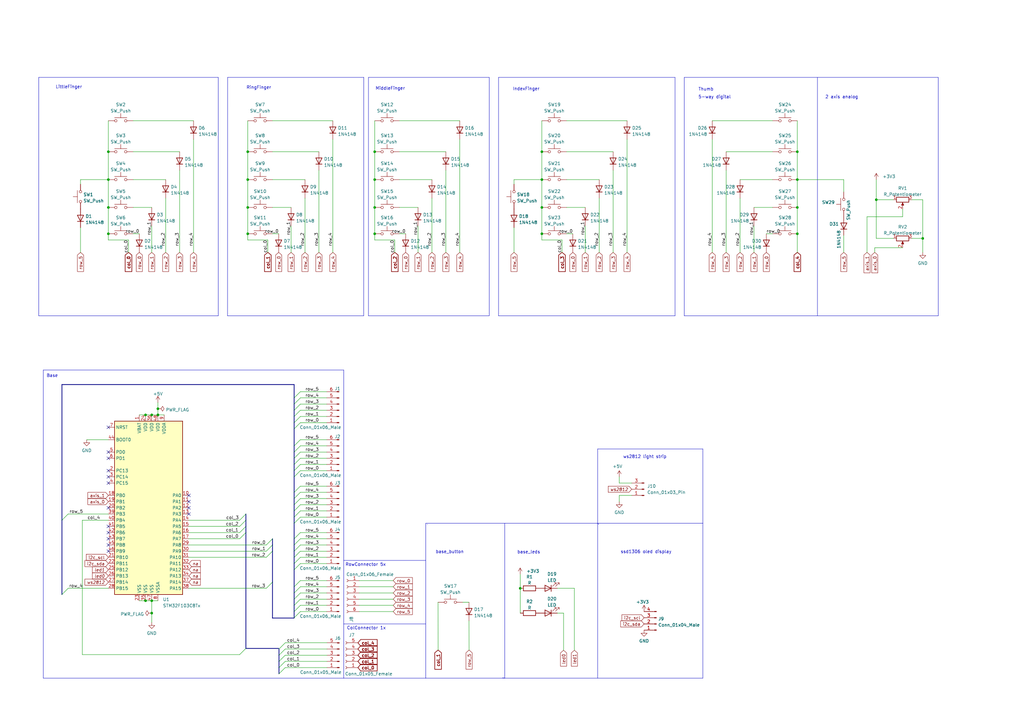
<source format=kicad_sch>
(kicad_sch (version 20231120) (generator "eeschema") (generator_version "8.0")
  (paper "A3")
  (junction (at 153.67 73.66))
  (junction (at 101.6 73.66))
  (junction (at 222.25 73.66))
  (junction (at 153.67 85.09))
  (junction (at 62.23 170.18))
  (junction (at 64.77 170.18))
  (junction (at 62.23 246.38))
  (junction (at 378.46 97.79))
  (junction (at 44.45 95.885))
  (junction (at 327.025 62.23))
  (junction (at 222.25 62.23))
  (junction (at 44.45 73.66))
  (junction (at 59.69 170.18))
  (junction (at 59.69 246.38))
  (junction (at 222.25 95.885))
  (junction (at 64.77 167.64))
  (junction (at 359.41 81.915))
  (junction (at 101.6 85.09))
  (junction (at 327.025 95.885))
  (junction (at 327.025 85.09))
  (junction (at 213.36 241.3))
  (junction (at 44.45 62.23))
  (junction (at 222.25 85.09))
  (junction (at 327.025 73.66))
  (junction (at 44.45 85.09))
  (junction (at 101.6 62.23))
  (junction (at 62.23 251.46))
  (junction (at 153.67 95.885))
  (junction (at 153.67 62.23))
  (junction (at 101.6 95.885))
  (no_connect (at 44.45 215.9))
  (no_connect (at 44.45 218.44))
  (no_connect (at 77.47 208.28))
  (no_connect (at 44.45 193.04))
  (no_connect (at 44.45 187.96))
  (no_connect (at 77.47 203.2))
  (no_connect (at 44.45 223.52))
  (no_connect (at 44.45 195.58))
  (no_connect (at 77.47 210.82))
  (no_connect (at 44.45 185.42))
  (no_connect (at 44.45 208.28))
  (no_connect (at 44.45 175.26))
  (no_connect (at 44.45 226.06))
  (no_connect (at 44.45 198.12))
  (no_connect (at 44.45 220.98))
  (no_connect (at 77.47 205.74))
  (bus_entry (at 123.19 212.09) (size -2.54 2.54))
  (bus_entry (at 123.19 173.355) (size -2.54 2.54))
  (bus_entry (at 123.19 170.815) (size -2.54 2.54))
  (bus_entry (at 123.19 160.655) (size -2.54 2.54))
  (bus_entry (at 123.19 187.96) (size -2.54 2.54))
  (bus_entry (at 109.22 223.52) (size 2.54 -2.54))
  (bus_entry (at 123.19 207.01) (size -2.54 2.54))
  (bus_entry (at 114.427 271.272) (size 2.54 -2.54))
  (bus_entry (at 123.19 245.745) (size -2.54 2.54))
  (bus_entry (at 123.19 182.88) (size -2.54 2.54))
  (bus_entry (at 123.19 240.665) (size -2.54 2.54))
  (bus_entry (at 123.19 163.195) (size -2.54 2.54))
  (bus_entry (at 123.19 228.6) (size -2.54 2.54))
  (bus_entry (at 114.427 276.352) (size 2.54 -2.54))
  (bus_entry (at 109.22 226.06) (size 2.54 -2.54))
  (bus_entry (at 123.19 238.125) (size -2.54 2.54))
  (bus_entry (at 98.298 220.98) (size 2.54 -2.54))
  (bus_entry (at 123.19 223.52) (size -2.54 2.54))
  (bus_entry (at 123.19 226.06) (size -2.54 2.54))
  (bus_entry (at 114.427 273.812) (size 2.54 -2.54))
  (bus_entry (at 109.22 228.6) (size 2.54 -2.54))
  (bus_entry (at 98.298 218.44) (size 2.54 -2.54))
  (bus_entry (at 123.19 180.34) (size -2.54 2.54))
  (bus_entry (at 123.19 201.93) (size -2.54 2.54))
  (bus_entry (at 123.19 231.14) (size -2.54 2.54))
  (bus_entry (at 123.19 165.735) (size -2.54 2.54))
  (bus_entry (at 123.19 220.98) (size -2.54 2.54))
  (bus_entry (at 123.19 248.285) (size -2.54 2.54))
  (bus_entry (at 123.19 209.55) (size -2.54 2.54))
  (bus_entry (at 98.298 213.36) (size 2.54 -2.54))
  (bus_entry (at 123.19 185.42) (size -2.54 2.54))
  (bus_entry (at 25.4 213.36) (size 2.54 -2.54))
  (bus_entry (at 123.19 243.205) (size -2.54 2.54))
  (bus_entry (at 98.298 268.478) (size 2.54 -2.54))
  (bus_entry (at 98.298 215.9) (size 2.54 -2.54))
  (bus_entry (at 123.19 250.825) (size -2.54 2.54))
  (bus_entry (at 123.19 190.5) (size -2.54 2.54))
  (bus_entry (at 109.22 241.3) (size 2.54 -2.54))
  (bus_entry (at 123.19 199.39) (size -2.54 2.54))
  (bus_entry (at 123.19 168.275) (size -2.54 2.54))
  (bus_entry (at 114.427 268.732) (size 2.54 -2.54))
  (bus_entry (at 123.19 193.04) (size -2.54 2.54))
  (bus_entry (at 123.19 218.44) (size -2.54 2.54))
  (bus_entry (at 114.427 266.192) (size 2.54 -2.54))
  (bus_entry (at 25.4 243.84) (size 2.54 -2.54))
  (bus_entry (at 123.19 204.47) (size -2.54 2.54))
  (wire (pts (xy 77.47 218.44) (xy 98.298 218.44)))
  (wire (pts (xy 111.76 85.09) (xy 119.38 85.09)))
  (polyline (pts (xy 89.535 31.75) (xy 89.535 129.54)))
  (wire (pts (xy 133.985 243.205) (xy 123.19 243.205)))
  (wire (pts (xy 316.865 62.23) (xy 297.815 62.23)))
  (wire (pts (xy 133.985 193.04) (xy 123.19 193.04)))
  (bus (pts (xy 120.65 248.285) (xy 120.65 250.825)))
  (bus (pts (xy 120.65 175.895) (xy 120.65 173.355)))
  (wire (pts (xy 303.53 81.28) (xy 303.53 103.505)))
  (wire (pts (xy 54.61 62.23) (xy 73.66 62.23)))
  (wire (pts (xy 133.985 199.39) (xy 123.19 199.39)))
  (bus (pts (xy 111.76 253.492) (xy 111.76 238.76)))
  (bus (pts (xy 120.65 201.93) (xy 120.65 195.58)))
  (wire (pts (xy 327.025 49.53) (xy 327.025 62.23)))
  (polyline (pts (xy 335.28 129.54) (xy 335.28 31.75)))
  (wire (pts (xy 228.6 241.3) (xy 235.585 241.3)))
  (polyline (pts (xy 140.97 255.905) (xy 140.97 278.13)))
  (wire (pts (xy 44.45 95.885) (xy 44.45 98.425)))
  (wire (pts (xy 163.83 95.885) (xy 166.37 95.885)))
  (wire (pts (xy 327.025 73.66) (xy 327.025 85.09)))
  (wire (pts (xy 327.025 62.23) (xy 327.025 73.66)))
  (wire (pts (xy 27.94 241.3) (xy 44.45 241.3)))
  (wire (pts (xy 67.945 81.28) (xy 67.945 103.505)))
  (bus (pts (xy 114.427 266.192) (xy 114.427 268.732)))
  (wire (pts (xy 133.985 238.125) (xy 123.19 238.125)))
  (wire (pts (xy 133.985 182.88) (xy 123.19 182.88)))
  (wire (pts (xy 133.985 218.44) (xy 123.19 218.44)))
  (polyline (pts (xy 174.625 278.13) (xy 174.625 214.63)))
  (wire (pts (xy 133.985 207.01) (xy 123.19 207.01)))
  (polyline (pts (xy 151.13 31.75) (xy 151.13 129.54)))
  (bus (pts (xy 25.4 157.734) (xy 120.65 157.734)))
  (polyline (pts (xy 15.875 31.75) (xy 89.535 31.75)))
  (wire (pts (xy 133.985 223.52) (xy 123.19 223.52)))
  (wire (pts (xy 316.865 49.53) (xy 292.1 49.53)))
  (bus (pts (xy 120.65 253.492) (xy 111.76 253.492)))
  (wire (pts (xy 192.3542 254.6096) (xy 192.3796 266.6238)))
  (polyline (pts (xy 200.66 31.75) (xy 151.13 31.75)))
  (wire (pts (xy 73.66 69.85) (xy 73.66 103.505)))
  (bus (pts (xy 120.65 214.63) (xy 120.65 212.09)))
  (wire (pts (xy 316.865 73.66) (xy 303.53 73.66)))
  (wire (pts (xy 378.46 81.915) (xy 374.015 81.915)))
  (wire (pts (xy 133.985 220.98) (xy 123.19 220.98)))
  (polyline (pts (xy 207.01 278.13) (xy 206.121 278.0284)))
  (wire (pts (xy 153.67 62.23) (xy 153.67 73.66)))
  (wire (pts (xy 232.41 62.23) (xy 251.46 62.23)))
  (wire (pts (xy 153.67 95.885) (xy 153.67 98.425)))
  (wire (pts (xy 62.23 92.71) (xy 62.23 103.505)))
  (wire (pts (xy 189.8142 246.9896) (xy 192.3542 246.9896)))
  (wire (pts (xy 231.14 266.7) (xy 231.14 251.46)))
  (wire (pts (xy 161.29 238.125) (xy 147.32 238.125)))
  (wire (pts (xy 177.165 81.28) (xy 177.165 103.505)))
  (wire (pts (xy 109.855 98.425) (xy 109.855 103.505)))
  (polyline (pts (xy 93.345 31.75) (xy 93.3196 129.54)))
  (wire (pts (xy 232.41 49.53) (xy 257.175 49.53)))
  (bus (pts (xy 120.65 226.06) (xy 120.65 223.52)))
  (wire (pts (xy 64.77 170.18) (xy 67.31 170.18)))
  (wire (pts (xy 133.985 245.745) (xy 123.19 245.745)))
  (wire (pts (xy 222.25 49.53) (xy 222.25 62.23)))
  (wire (pts (xy 370.205 101.6) (xy 358.775 101.6)))
  (wire (pts (xy 232.41 95.885) (xy 234.95 95.885)))
  (wire (pts (xy 133.985 248.285) (xy 123.19 248.285)))
  (wire (pts (xy 232.41 73.66) (xy 245.745 73.66)))
  (bus (pts (xy 120.65 220.98) (xy 120.65 214.63)))
  (wire (pts (xy 133.985 163.195) (xy 123.19 163.195)))
  (polyline (pts (xy 276.86 129.54) (xy 204.47 129.54)))
  (wire (pts (xy 116.967 273.812) (xy 134.112 273.812)))
  (polyline (pts (xy 140.97 255.905) (xy 174.625 255.905)))
  (wire (pts (xy 64.77 167.64) (xy 64.77 170.18)))
  (bus (pts (xy 25.4 213.36) (xy 25.4 157.734)))
  (polyline (pts (xy 17.78 278.13) (xy 140.97 278.13)))
  (bus (pts (xy 120.65 170.815) (xy 120.65 168.275)))
  (wire (pts (xy 44.45 62.23) (xy 44.45 73.66)))
  (wire (pts (xy 359.41 73.66) (xy 359.41 81.915)))
  (wire (pts (xy 309.245 92.71) (xy 309.245 103.505)))
  (wire (pts (xy 79.375 57.15) (xy 79.375 103.505)))
  (wire (pts (xy 346.075 78.74) (xy 346.075 73.66)))
  (wire (pts (xy 130.81 69.85) (xy 130.81 103.505)))
  (wire (pts (xy 133.985 180.34) (xy 123.19 180.34)))
  (wire (pts (xy 33.782 268.478) (xy 33.782 213.36)))
  (wire (pts (xy 161.29 248.285) (xy 147.32 248.285)))
  (bus (pts (xy 120.65 209.55) (xy 120.65 207.01)))
  (wire (pts (xy 222.25 62.23) (xy 222.25 73.66)))
  (wire (pts (xy 64.77 165.1) (xy 64.77 167.64)))
  (wire (pts (xy 101.6 73.66) (xy 101.6 85.09)))
  (wire (pts (xy 359.41 81.915) (xy 359.41 97.79)))
  (wire (pts (xy 346.075 73.66) (xy 327.025 73.66)))
  (wire (pts (xy 52.705 98.425) (xy 52.705 103.505)))
  (wire (pts (xy 231.14 251.46) (xy 228.6 251.46)))
  (wire (pts (xy 54.61 49.53) (xy 79.375 49.53)))
  (bus (pts (xy 120.65 187.96) (xy 120.65 185.42)))
  (wire (pts (xy 254 198.12) (xy 254 195.58)))
  (wire (pts (xy 346.075 96.52) (xy 346.075 103.505)))
  (wire (pts (xy 316.865 85.09) (xy 309.245 85.09)))
  (wire (pts (xy 378.46 97.79) (xy 374.015 97.79)))
  (wire (pts (xy 77.47 241.3) (xy 109.22 241.3)))
  (polyline (pts (xy 204.47 31.75) (xy 276.86 31.75)))
  (polyline (pts (xy 245.11 214.63) (xy 245.5418 215.0872)))
  (wire (pts (xy 116.967 268.732) (xy 134.112 268.732)))
  (wire (pts (xy 327.025 85.09) (xy 327.025 95.885)))
  (wire (pts (xy 163.83 73.66) (xy 177.165 73.66)))
  (polyline (pts (xy 93.345 31.75) (xy 149.225 31.75)))
  (polyline (pts (xy 89.535 129.54) (xy 15.875 129.54)))
  (wire (pts (xy 54.61 73.66) (xy 67.945 73.66)))
  (wire (pts (xy 62.23 251.46) (xy 62.23 255.27)))
  (bus (pts (xy 120.65 165.735) (xy 120.65 163.195)))
  (bus (pts (xy 100.838 213.36) (xy 100.838 215.9)))
  (polyline (pts (xy 245.11 184.15) (xy 245.11 214.63)))
  (polyline (pts (xy 384.81 129.54) (xy 384.81 31.75)))
  (wire (pts (xy 133.985 173.355) (xy 123.19 173.355)))
  (wire (pts (xy 153.67 85.09) (xy 153.67 95.885)))
  (wire (pts (xy 378.46 97.79) (xy 378.46 81.915)))
  (wire (pts (xy 133.985 160.655) (xy 123.19 160.655)))
  (bus (pts (xy 114.427 271.272) (xy 114.427 268.732)))
  (bus (pts (xy 120.65 185.42) (xy 120.65 182.88)))
  (bus (pts (xy 120.65 193.04) (xy 120.65 190.5)))
  (wire (pts (xy 33.782 213.36) (xy 44.45 213.36)))
  (wire (pts (xy 111.76 62.23) (xy 130.81 62.23)))
  (bus (pts (xy 120.65 245.745) (xy 120.65 243.205)))
  (polyline (pts (xy 140.97 255.905) (xy 140.97 229.87)))
  (wire (pts (xy 111.76 73.66) (xy 125.095 73.66)))
  (bus (pts (xy 25.4 243.84) (xy 25.4 213.36)))
  (polyline (pts (xy 17.78 151.765) (xy 17.78 278.13)))
  (wire (pts (xy 230.505 98.425) (xy 230.505 103.505)))
  (wire (pts (xy 188.595 57.15) (xy 188.595 103.505)))
  (bus (pts (xy 114.427 276.352) (xy 114.427 273.812)))
  (wire (pts (xy 101.6 95.885) (xy 101.6 98.425)))
  (wire (pts (xy 163.83 62.23) (xy 182.88 62.23)))
  (wire (pts (xy 133.985 240.665) (xy 123.19 240.665)))
  (wire (pts (xy 316.865 95.885) (xy 314.325 95.885)))
  (wire (pts (xy 222.25 85.09) (xy 222.25 95.885)))
  (wire (pts (xy 77.47 223.52) (xy 109.22 223.52)))
  (wire (pts (xy 133.985 231.14) (xy 123.19 231.14)))
  (wire (pts (xy 161.29 240.665) (xy 147.32 240.665)))
  (wire (pts (xy 171.45 92.71) (xy 171.45 103.505)))
  (bus (pts (xy 120.65 173.355) (xy 120.65 170.815)))
  (wire (pts (xy 235.585 241.3) (xy 235.585 266.7)))
  (wire (pts (xy 27.94 210.82) (xy 44.45 210.82)))
  (wire (pts (xy 77.47 215.9) (xy 98.298 215.9)))
  (wire (pts (xy 133.985 185.42) (xy 123.19 185.42)))
  (polyline (pts (xy 174.625 278.13) (xy 140.97 278.13)))
  (wire (pts (xy 54.61 95.885) (xy 57.15 95.885)))
  (wire (pts (xy 210.82 73.66) (xy 210.82 75.565)))
  (wire (pts (xy 44.45 98.425) (xy 52.705 98.425)))
  (wire (pts (xy 101.6 62.23) (xy 101.6 73.66)))
  (wire (pts (xy 133.985 250.825) (xy 123.19 250.825)))
  (bus (pts (xy 120.65 204.47) (xy 120.65 201.93)))
  (wire (pts (xy 35.56 180.34) (xy 44.45 180.34)))
  (wire (pts (xy 101.6 85.09) (xy 101.6 95.885)))
  (bus (pts (xy 120.65 231.14) (xy 120.65 228.6)))
  (wire (pts (xy 111.76 95.885) (xy 114.3 95.885)))
  (wire (pts (xy 133.985 228.6) (xy 123.19 228.6)))
  (wire (pts (xy 62.23 246.38) (xy 62.23 251.46)))
  (bus (pts (xy 120.65 182.88) (xy 120.65 175.895)))
  (wire (pts (xy 161.29 243.205) (xy 147.32 243.205)))
  (bus (pts (xy 111.76 220.98) (xy 111.76 223.52)))
  (wire (pts (xy 133.985 190.5) (xy 123.19 190.5)))
  (bus (pts (xy 120.65 243.205) (xy 120.65 240.665)))
  (bus (pts (xy 120.65 168.275) (xy 120.65 165.735)))
  (wire (pts (xy 222.25 95.885) (xy 222.25 98.425)))
  (wire (pts (xy 213.36 235.585) (xy 213.36 241.3)))
  (wire (pts (xy 133.985 209.55) (xy 123.19 209.55)))
  (wire (pts (xy 222.25 73.66) (xy 222.25 85.09)))
  (polyline (pts (xy 384.81 31.75) (xy 280.67 31.75)))
  (wire (pts (xy 98.298 268.478) (xy 33.782 268.478)))
  (wire (pts (xy 257.175 57.15) (xy 257.175 103.505)))
  (wire (pts (xy 133.985 165.735) (xy 123.19 165.735)))
  (bus (pts (xy 120.65 250.825) (xy 120.65 253.365)))
  (wire (pts (xy 182.88 69.85) (xy 182.88 103.505)))
  (wire (pts (xy 59.69 246.38) (xy 62.23 246.38)))
  (polyline (pts (xy 200.66 129.54) (xy 200.66 31.75)))
  (wire (pts (xy 44.45 85.09) (xy 44.45 95.885)))
  (bus (pts (xy 100.838 265.938) (xy 114.3 265.938)))
  (bus (pts (xy 120.65 212.09) (xy 120.65 209.55)))
  (wire (pts (xy 133.985 212.09) (xy 123.19 212.09)))
  (wire (pts (xy 366.395 97.79) (xy 359.41 97.79)))
  (polyline (pts (xy 140.97 151.765) (xy 17.78 151.765)))
  (wire (pts (xy 101.6 49.53) (xy 101.6 62.23)))
  (wire (pts (xy 210.82 93.345) (xy 210.82 103.505)))
  (polyline (pts (xy 245.11 278.13) (xy 245.11 214.63)))
  (wire (pts (xy 359.41 81.915) (xy 366.395 81.915)))
  (wire (pts (xy 133.985 170.815) (xy 123.19 170.815)))
  (wire (pts (xy 153.67 73.66) (xy 153.67 85.09)))
  (polyline (pts (xy 174.625 214.63) (xy 288.29 214.63)))
  (polyline (pts (xy 288.29 184.15) (xy 245.11 184.15)))
  (wire (pts (xy 251.46 69.85) (xy 251.46 103.505)))
  (wire (pts (xy 240.03 92.71) (xy 240.03 103.505)))
  (wire (pts (xy 77.47 220.98) (xy 98.298 220.98)))
  (wire (pts (xy 327.025 95.885) (xy 327.025 103.505)))
  (polyline (pts (xy 174.625 278.13) (xy 288.29 278.13)))
  (wire (pts (xy 133.985 168.275) (xy 123.19 168.275)))
  (wire (pts (xy 116.967 263.652) (xy 134.112 263.652)))
  (polyline (pts (xy 276.86 31.75) (xy 276.86 129.54)))
  (wire (pts (xy 370.205 88.9) (xy 355.6 88.9)))
  (wire (pts (xy 57.15 170.18) (xy 59.69 170.18)))
  (wire (pts (xy 77.47 226.06) (xy 109.22 226.06)))
  (wire (pts (xy 355.6 88.9) (xy 355.6 103.505)))
  (polyline (pts (xy 204.47 31.75) (xy 204.47 129.54)))
  (wire (pts (xy 259.08 198.12) (xy 254 198.12)))
  (wire (pts (xy 378.46 103.505) (xy 378.46 97.79)))
  (wire (pts (xy 44.45 49.53) (xy 44.45 62.23)))
  (wire (pts (xy 161.925 98.425) (xy 161.925 103.505)))
  (wire (pts (xy 222.25 98.425) (xy 230.505 98.425)))
  (bus (pts (xy 120.65 195.58) (xy 120.65 193.04)))
  (polyline (pts (xy 280.67 129.54) (xy 384.81 129.54)))
  (wire (pts (xy 254 203.2) (xy 259.08 203.2)))
  (bus (pts (xy 100.838 210.82) (xy 100.838 213.36)))
  (polyline (pts (xy 140.97 229.87) (xy 140.97 151.765)))
  (wire (pts (xy 116.967 271.272) (xy 134.112 271.272)))
  (polyline (pts (xy 149.225 31.75) (xy 149.1488 129.54)))
  (wire (pts (xy 59.69 170.18) (xy 62.23 170.18)))
  (wire (pts (xy 297.815 69.85) (xy 297.815 103.505)))
  (polyline (pts (xy 288.29 214.63) (xy 288.29 278.13)))
  (wire (pts (xy 101.6 98.425) (xy 109.855 98.425)))
  (wire (pts (xy 161.29 245.745) (xy 147.32 245.745)))
  (wire (pts (xy 232.41 85.09) (xy 240.03 85.09)))
  (wire (pts (xy 125.095 81.28) (xy 125.095 103.505)))
  (wire (pts (xy 254 205.74) (xy 254 203.2)))
  (wire (pts (xy 133.985 204.47) (xy 123.19 204.47)))
  (wire (pts (xy 62.23 170.18) (xy 64.77 170.18)))
  (wire (pts (xy 163.83 85.09) (xy 171.45 85.09)))
  (polyline (pts (xy 207.01 214.63) (xy 207.01 278.13)))
  (wire (pts (xy 111.76 49.53) (xy 136.525 49.53)))
  (wire (pts (xy 54.61 85.09) (xy 62.23 85.09)))
  (wire (pts (xy 161.29 250.825) (xy 147.32 250.825)))
  (polyline (pts (xy 151.13 129.54) (xy 200.5838 129.54)))
  (bus (pts (xy 120.65 233.68) (xy 120.65 231.14)))
  (wire (pts (xy 44.45 73.66) (xy 44.45 85.09)))
  (bus (pts (xy 120.65 228.6) (xy 120.65 226.06)))
  (wire (pts (xy 292.1 57.15) (xy 292.1 103.505)))
  (bus (pts (xy 120.65 157.734) (xy 120.65 163.195)))
  (polyline (pts (xy 175.1584 215.0872) (xy 175.2854 215.0872)))
  (wire (pts (xy 33.02 73.66) (xy 33.02 75.565)))
  (wire (pts (xy 119.38 92.71) (xy 119.38 103.505)))
  (wire (pts (xy 136.525 57.15) (xy 136.525 103.505)))
  (wire (pts (xy 133.985 201.93) (xy 123.19 201.93)))
  (wire (pts (xy 213.36 241.3) (xy 213.36 251.46)))
  (wire (pts (xy 44.45 73.66) (xy 33.02 73.66)))
  (wire (pts (xy 116.967 266.192) (xy 134.112 266.192)))
  (wire (pts (xy 77.47 213.36) (xy 98.298 213.36)))
  (wire (pts (xy 62.23 246.38) (xy 64.77 246.38)))
  (wire (pts (xy 358.775 101.6) (xy 358.775 103.505)))
  (bus (pts (xy 120.65 207.01) (xy 120.65 204.47)))
  (wire (pts (xy 245.745 81.28) (xy 245.745 103.505)))
  (wire (pts (xy 133.985 187.96) (xy 123.19 187.96)))
  (bus (pts (xy 120.65 190.5) (xy 120.65 187.96)))
  (bus (pts (xy 111.76 223.52) (xy 111.76 226.06)))
  (wire (pts (xy 133.985 226.06) (xy 123.19 226.06)))
  (bus (pts (xy 114.427 273.812) (xy 114.427 271.272)))
  (bus (pts (xy 100.838 215.9) (xy 100.838 218.44)))
  (wire (pts (xy 57.15 246.38) (xy 59.69 246.38)))
  (bus (pts (xy 111.76 226.06) (xy 111.76 238.76)))
  (wire (pts (xy 179.6542 246.9896) (xy 179.6796 266.6238)))
  (polyline (pts (xy 15.875 129.54) (xy 15.875 31.75)))
  (wire (pts (xy 370.205 85.725) (xy 370.205 88.9)))
  (polyline (pts (xy 280.67 31.75) (xy 280.67 129.54)))
  (bus (pts (xy 120.65 248.285) (xy 120.65 245.745)))
  (bus (pts (xy 120.65 240.665) (xy 120.65 233.68)))
  (bus (pts (xy 100.838 218.44) (xy 100.838 265.938)))
  (polyline (pts (xy 288.29 214.63) (xy 288.29 184.15)))
  (wire (pts (xy 33.02 93.345) (xy 33.02 103.505)))
  (polyline (pts (xy 149.1488 129.54) (xy 93.3196 129.54)))
  (polyline (pts (xy 174.625 229.87) (xy 140.97 229.87)))
  (wire (pts (xy 77.47 228.6) (xy 109.22 228.6)))
  (wire (pts (xy 222.25 73.66) (xy 210.82 73.66)))
  (bus (pts (xy 120.65 223.52) (xy 120.65 220.98)))
  (wire (pts (xy 163.83 49.53) (xy 188.595 49.53)))
  (wire (pts (xy 153.67 98.425) (xy 161.925 98.425)))
  (wire (pts (xy 153.67 49.53) (xy 153.67 62.23)))
  (text "ColConnector 1x" (at 142.24 258.445 0) (effects (font (size 1.27 1.27)) (justify left bottom)))
  (text "base_button" (at 178.6382 227.203 0) (effects (font (size 1.27 1.27)) (justify left bottom)))
  (text "Thumb" (at 286.385 37.465 0) (effects (font (size 1.27 1.27)) (justify left bottom)))
  (text "MiddleFinger" (at 153.9748 37.1348 0) (effects (font (size 1.27 1.27)) (justify left bottom)))
  (text "2 axis analog" (at 338.455 40.64 0) (effects (font (size 1.27 1.27)) (justify left bottom)))
  (text "RowConnector 5x" (at 141.605 232.41 0) (effects (font (size 1.27 1.27)) (justify left bottom)))
  (text "RingFinger" (at 101.0412 36.7792 0) (effects (font (size 1.27 1.27)) (justify left bottom)))
  (text "base_leds" (at 212.09 227.2792 0) (effects (font (size 1.27 1.27)) (justify left bottom)))
  (text "IndexFinger" (at 210.2612 37.338 0) (effects (font (size 1.27 1.27)) (justify left bottom)))
  (text "LittleFinger" (at 22.7838 36.5252 0) (effects (font (size 1.27 1.27)) (justify left bottom)))
  (text "5-way digital" (at 286.385 40.64 0) (effects (font (size 1.27 1.27)) (justify left bottom)))
  (text "ssd1306 oled display" (at 254.5334 227.203 0) (effects (font (size 1.27 1.27)) (justify left bottom)))
  (text "Base" (at 19.05 154.94 0) (effects (font (size 1.27 1.27)) (justify left bottom)))
  (text "ws2812 light strip" (at 255.524 188.214 0) (effects (font (size 1.27 1.27)) (justify left bottom)))
  (label "col_2" (at 122.936 268.732 180))
  (label "row_5" (at 130.81 180.34 180))
  (label "col_4" (at 122.936 263.652 180))
  (label "row_4" (at 130.81 182.88 180))
  (label "col_0" (at 122.936 273.812 180))
  (label "row_1" (at 130.81 170.815 180))
  (label "row_2" (at 130.81 187.96 180))
  (label "row_4" (at 130.8318 240.665 180))
  (label "row_3" (at 108.839 241.3 180))
  (label "row_1" (at 130.81 209.55 180))
  (label "row_3" (at 130.81 165.735 180))
  (label "row_1" (at 62.23 96.5144 90))
  (label "row_3" (at 130.81 223.52 180))
  (label "row_2" (at 130.8318 245.745 180))
  (label "row_3" (at 297.815 100.965 90))
  (label "row_1" (at 240.03 96.5144 90))
  (label "row_0" (at 114.3 95.885 180))
  (label "row_2" (at 177.165 100.965 90))
  (label "row_0" (at 108.966 223.52 180))
  (label "row_2" (at 130.81 168.275 180))
  (label "row_5" (at 130.8318 238.125 180))
  (label "col_3" (at 122.936 266.192 180))
  (label "row_3" (at 73.66 100.965 90))
  (label "row_1" (at 108.966 226.06 180))
  (label "row_0" (at 234.95 95.885 180))
  (label "row_0" (at 130.8318 250.825 180))
  (label "col_0" (at 52.705 98.425 270))
  (label "row_4" (at 130.81 163.195 180))
  (label "row_0" (at 130.81 173.355 180))
  (label "col_0" (at 161.925 98.425 270))
  (label "row_1" (at 130.81 190.5 180))
  (label "row_0" (at 314.325 95.885 0))
  (label "row_2" (at 108.839 228.6 180))
  (label "row_1" (at 119.38 96.5144 90))
  (label "row_5" (at 28.448 210.82 0))
  (label "row_0" (at 130.81 212.09 180))
  (label "row_2" (at 67.945 100.965 90))
  (label "row_4" (at 130.81 220.98 180))
  (label "row_4" (at 257.175 100.965 90))
  (label "row_2" (at 125.095 100.965 90))
  (label "col_3" (at 92.71 213.36 0))
  (label "row_2" (at 303.53 100.965 90))
  (label "row_0" (at 166.37 95.885 180))
  (label "row_4" (at 292.1 100.965 90))
  (label "col_2" (at 92.583 215.9 0))
  (label "row_4" (at 136.525 100.965 90))
  (label "row_1" (at 130.81 228.6 180))
  (label "row_4" (at 188.595 100.965 90))
  (label "row_5" (at 130.81 218.44 180))
  (label "row_2" (at 245.745 100.965 90))
  (label "row_2" (at 130.81 207.01 180))
  (label "row_4" (at 130.81 201.93 180))
  (label "col_1" (at 92.583 218.44 0))
  (label "row_2" (at 130.81 226.06 180))
  (label "row_1" (at 309.245 96.5144 90))
  (label "row_3" (at 130.81 100.965 90))
  (label "row_5" (at 130.81 199.39 180))
  (label "col_0" (at 109.855 98.425 270))
  (label "row_0" (at 130.81 231.14 180))
  (label "col_0" (at 92.583 220.98 0))
  (label "row_0" (at 130.81 193.04 180))
  (label "col_0" (at 230.505 98.425 270))
  (label "row_5" (at 130.81 160.655 180))
  (label "row_4" (at 28.321 241.3 0))
  (label "row_3" (at 182.88 100.965 90))
  (label "col_4" (at 35.814 213.36 0))
  (label "col_1" (at 122.936 271.272 180))
  (label "row_3" (at 130.81 204.47 180))
  (label "row_3" (at 130.8318 243.205 180))
  (label "row_1" (at 130.8318 248.285 180))
  (label "row_3" (at 251.46 100.965 90))
  (label "row_1" (at 171.45 96.5144 90))
  (label "row_3" (at 130.81 185.42 180))
  (label "row_0" (at 57.15 95.885 180))
  (label "row_4" (at 79.375 100.965 90))
  (global_label "na" (shape input) (at 77.47 236.22 0) (effects (font (italic yes))) (property "Intersheetrefs" "${INTERSHEET_REFS}" (effects (hide yes))))
  (global_label "axis_1" (shape input) (at 44.45 203.2 180) (property "Intersheetrefs" "${INTERSHEET_REFS}" (effects (hide yes))))
  (global_label "na" (shape input) (at 77.47 233.68 0) (effects (font (italic yes))) (property "Intersheetrefs" "${INTERSHEET_REFS}" (effects (hide yes))))
  (global_label "row_1" (shape input) (at 161.29 240.665 0) (property "Intersheetrefs" "${INTERSHEET_REFS}" (effects (hide yes))))
  (global_label "row_2" (shape input) (at 67.945 103.505 270) (property "Intersheetrefs" "${INTERSHEET_REFS}" (effects (hide yes))))
  (global_label "row_2" (shape input) (at 125.095 103.505 270) (property "Intersheetrefs" "${INTERSHEET_REFS}" (effects (hide yes))))
  (global_label "row_3" (shape input) (at 182.88 103.505 270) (property "Intersheetrefs" "${INTERSHEET_REFS}" (effects (hide yes))))
  (global_label "col_2" (shape input) (at 146.812 268.732 0) (effects (font (thickness 0.254) (bold yes))) (property "Intersheetrefs" "${INTERSHEET_REFS}" (effects (hide yes))))
  (global_label "row_5" (shape input) (at 161.29 250.825 0) (property "Intersheetrefs" "${INTERSHEET_REFS}" (effects (hide yes))))
  (global_label "col_4" (shape input) (at 146.812 263.652 0) (effects (font (thickness 0.254) (bold yes))) (property "Intersheetrefs" "${INTERSHEET_REFS}" (effects (hide yes))))
  (global_label "row_2" (shape input) (at 177.165 103.505 270) (property "Intersheetrefs" "${INTERSHEET_REFS}" (effects (hide yes))))
  (global_label "row_4" (shape input) (at 257.175 103.505 270) (property "Intersheetrefs" "${INTERSHEET_REFS}" (effects (hide yes))))
  (global_label "row_5" (shape input) (at 33.02 103.505 270) (property "Intersheetrefs" "${INTERSHEET_REFS}" (effects (hide yes))))
  (global_label "row_1" (shape input) (at 309.245 103.505 270) (property "Intersheetrefs" "${INTERSHEET_REFS}" (effects (hide yes))))
  (global_label "row_5" (shape input) (at 346.075 103.505 270) (property "Intersheetrefs" "${INTERSHEET_REFS}" (effects (hide yes))))
  (global_label "i2c_sda" (shape input) (at 44.45 231.14 180) (property "Intersheetrefs" "${INTERSHEET_REFS}" (effects (hide yes))))
  (global_label "led1" (shape input) (at 235.585 266.7 270) (property "Intersheetrefs" "${INTERSHEET_REFS}" (effects (hide yes))))
  (global_label "led1" (shape input) (at 44.45 233.68 180) (effects (font (italic yes))) (property "Intersheetrefs" "${INTERSHEET_REFS}" (effects (hide yes))))
  (global_label "col_3" (shape input) (at 230.505 103.505 270) (effects (font (thickness 0.254) (bold yes))) (property "Intersheetrefs" "${INTERSHEET_REFS}" (effects (hide yes))))
  (global_label "col_2" (shape input) (at 161.925 103.505 270) (effects (font (thickness 0.254) (bold yes))) (property "Intersheetrefs" "${INTERSHEET_REFS}" (effects (hide yes))))
  (global_label "col_0" (shape input) (at 146.812 273.812 0) (effects (font (thickness 0.254) (bold yes))) (property "Intersheetrefs" "${INTERSHEET_REFS}" (effects (hide yes))))
  (global_label "row_4" (shape input) (at 136.525 103.505 270) (property "Intersheetrefs" "${INTERSHEET_REFS}" (effects (hide yes))))
  (global_label "row_2" (shape input) (at 303.53 103.505 270) (property "Intersheetrefs" "${INTERSHEET_REFS}" (effects (hide yes))))
  (global_label "row_4" (shape input) (at 79.375 103.505 270) (property "Intersheetrefs" "${INTERSHEET_REFS}" (effects (hide yes))))
  (global_label "row_2" (shape input) (at 245.745 103.505 270) (property "Intersheetrefs" "${INTERSHEET_REFS}" (effects (hide yes))))
  (global_label "axis_0" (shape input) (at 44.45 205.74 180) (property "Intersheetrefs" "${INTERSHEET_REFS}" (effects (hide yes))))
  (global_label "row_5" (shape input) (at 192.3796 266.6238 270) (property "Intersheetrefs" "${INTERSHEET_REFS}" (effects (hide yes))))
  (global_label "row_0" (shape input) (at 114.3 103.505 270) (property "Intersheetrefs" "${INTERSHEET_REFS}" (effects (hide yes))))
  (global_label "led0" (shape input) (at 231.14 266.7 270) (property "Intersheetrefs" "${INTERSHEET_REFS}" (effects (hide yes))))
  (global_label "row_3" (shape input) (at 161.29 245.745 0) (property "Intersheetrefs" "${INTERSHEET_REFS}" (effects (hide yes))))
  (global_label "row_4" (shape input) (at 161.29 248.285 0) (property "Intersheetrefs" "${INTERSHEET_REFS}" (effects (hide yes))))
  (global_label "row_3" (shape input) (at 73.66 103.505 270) (property "Intersheetrefs" "${INTERSHEET_REFS}" (effects (hide yes))))
  (global_label "row_2" (shape input) (at 161.29 243.205 0) (property "Intersheetrefs" "${INTERSHEET_REFS}" (effects (hide yes))))
  (global_label "row_3" (shape input) (at 297.815 103.505 270) (property "Intersheetrefs" "${INTERSHEET_REFS}" (effects (hide yes))))
  (global_label "row_5" (shape input) (at 210.82 103.505 270) (property "Intersheetrefs" "${INTERSHEET_REFS}" (effects (hide yes))))
  (global_label "row_0" (shape input) (at 166.37 103.505 270) (property "Intersheetrefs" "${INTERSHEET_REFS}" (effects (hide yes))))
  (global_label "row_4" (shape input) (at 292.1 103.505 270) (property "Intersheetrefs" "${INTERSHEET_REFS}" (effects (hide yes))))
  (global_label "row_0" (shape input) (at 161.29 238.125 0) (property "Intersheetrefs" "${INTERSHEET_REFS}" (effects (hide yes))))
  (global_label "ws2812" (shape input) (at 259.08 200.66 180) (effects (font (italic yes))) (property "Intersheetrefs" "${INTERSHEET_REFS}" (effects (hide yes))))
  (global_label "row_0" (shape input) (at 234.95 103.505 270) (property "Intersheetrefs" "${INTERSHEET_REFS}" (effects (hide yes))))
  (global_label "row_1" (shape input) (at 119.38 103.505 270) (property "Intersheetrefs" "${INTERSHEET_REFS}" (effects (hide yes))))
  (global_label "led0" (shape input) (at 44.45 236.22 180) (effects (font (italic yes))) (property "Intersheetrefs" "${INTERSHEET_REFS}" (effects (hide yes))))
  (global_label "i2c_scl" (shape input) (at 44.45 228.6 180) (property "Intersheetrefs" "${INTERSHEET_REFS}" (effects (hide yes))))
  (global_label "ws2812" (shape input) (at 44.45 238.76 180) (effects (font (italic yes))) (property "Intersheetrefs" "${INTERSHEET_REFS}" (effects (hide yes))))
  (global_label "na" (shape input) (at 77.47 238.76 0) (effects (font (italic yes))) (property "Intersheetrefs" "${INTERSHEET_REFS}" (effects (hide yes))))
  (global_label "i2c_sda" (shape input) (at 264.16 255.905 180) (property "Intersheetrefs" "${INTERSHEET_REFS}" (effects (hide yes))))
  (global_label "col_4" (shape input) (at 327.025 103.505 270) (effects (font (thickness 0.254) (bold yes))) (property "Intersheetrefs" "${INTERSHEET_REFS}" (effects (hide yes))))
  (global_label "row_0" (shape input) (at 57.15 103.505 270) (property "Intersheetrefs" "${INTERSHEET_REFS}" (effects (hide yes))))
  (global_label "row_1" (shape input) (at 171.45 103.505 270) (property "Intersheetrefs" "${INTERSHEET_REFS}" (effects (hide yes))))
  (global_label "col_1" (shape input) (at 109.855 103.505 270) (effects (font (thickness 0.254) (bold yes))) (property "Intersheetrefs" "${INTERSHEET_REFS}" (effects (hide yes))))
  (global_label "row_1" (shape input) (at 240.03 103.505 270) (property "Intersheetrefs" "${INTERSHEET_REFS}" (effects (hide yes))))
  (global_label "na" (shape input) (at 77.47 231.14 0) (effects (font (italic yes))) (property "Intersheetrefs" "${INTERSHEET_REFS}" (effects (hide yes))))
  (global_label "row_4" (shape input) (at 188.595 103.505 270) (property "Intersheetrefs" "${INTERSHEET_REFS}" (effects (hide yes))))
  (global_label "col_1" (shape input) (at 146.812 271.272 0) (effects (font (thickness 0.254) (bold yes))) (property "Intersheetrefs" "${INTERSHEET_REFS}" (effects (hide yes))))
  (global_label "row_3" (shape input) (at 251.46 103.505 270) (property "Intersheetrefs" "${INTERSHEET_REFS}" (effects (hide yes))))
  (global_label "col_0" (shape input) (at 52.705 103.505 270) (effects (font (thickness 0.254) (bold yes))) (property "Intersheetrefs" "${INTERSHEET_REFS}" (effects (hide yes))))
  (global_label "axis_1" (shape input) (at 355.6 103.505 270) (property "Intersheetrefs" "${INTERSHEET_REFS}" (effects (hide yes))))
  (global_label "row_3" (shape input) (at 130.81 103.505 270) (property "Intersheetrefs" "${INTERSHEET_REFS}" (effects (hide yes))))
  (global_label "axis_0" (shape input) (at 358.775 103.505 270) (property "Intersheetrefs" "${INTERSHEET_REFS}" (effects (hide yes))))
  (global_label "col_3" (shape input) (at 146.812 266.192 0) (effects (font (thickness 0.254) (bold yes))) (property "Intersheetrefs" "${INTERSHEET_REFS}" (effects (hide yes))))
  (global_label "i2c_scl" (shape input) (at 264.16 253.365 180) (property "Intersheetrefs" "${INTERSHEET_REFS}" (effects (hide yes))))
  (global_label "col_1" (shape input) (at 179.6796 266.6238 270) (effects (font (thickness 0.254) (bold yes))) (property "Intersheetrefs" "${INTERSHEET_REFS}" (effects (hide yes))))
  (global_label "row_0" (shape input) (at 314.325 103.505 270) (property "Intersheetrefs" "${INTERSHEET_REFS}" (effects (hide yes))))
  (global_label "row_1" (shape input) (at 62.23 103.505 270) (property "Intersheetrefs" "${INTERSHEET_REFS}" (effects (hide yes))))
  (symbol (lib_id "Switch:SW_Push") (at 49.53 85.09 0) (unit 1)
    (property "Reference" "SW5" (at 49.53 78.4692 0))
    (property "Value" "SW_Push" (at 49.53 81.0061 0))
  )
  (symbol (lib_id "power:+5V") (at 213.3346 235.5088 0) (unit 1)
    (property "Reference" "#PWR04" (effects (hide yes)))
    (property "Value" "+3V3" (at 215.9 234.2387 0) (effects (justify left)))
  )
  (symbol (lib_id "Switch:SW_Push") (at 158.75 73.66 0) (unit 1)
    (property "Reference" "SW14" (at 158.75 67.0392 0))
    (property "Value" "SW_Push" (at 158.75 69.5761 0))
  )
  (symbol (lib_id "Diode:1N4148") (at 303.53 77.47 270) (mirror x) (unit 1)
    (property "Reference" "D28" (at 301.498 76.6353 90) (effects (justify right)))
    (property "Value" "1N4148" (at 301.498 79.1722 90) (effects (justify right)))
    (property "Footprint" "Diode_THT:D_DO-35_SOD27_P7.62mm_Horizontal" (effects (hide yes)))
    (property "Datasheet" "https://assets.nexperia.com/documents/data-sheet/1N4148_1N4448.pdf" (effects (hide yes)))
  )
  (symbol (lib_id "Connector:Conn_01x06_Female") (at 142.24 243.205 0) (mirror y) (unit 1)
    (property "Reference" "J8" (at 144.145 254 90))
    (property "Value" "Conn_01x06_Female" (at 151.765 235.585 0))
  )
  (symbol (lib_id "power:GND") (at 254 205.74 0) (unit 1)
    (property "Reference" "#PWR010" (effects (hide yes)))
    (property "Value" "GND" (at 254 210.1834 0))
  )
  (symbol (lib_id "Diode:1N4148") (at 119.38 88.9 90) (unit 1)
    (property "Reference" "D8" (at 121.412 88.0653 90) (effects (justify right)))
    (property "Value" "1N4148" (at 121.412 90.6022 90) (effects (justify right)))
    (property "Footprint" "Diode_THT:D_DO-35_SOD27_P7.62mm_Horizontal" (effects (hide yes)))
    (property "Datasheet" "https://assets.nexperia.com/documents/data-sheet/1N4148_1N4448.pdf" (effects (hide yes)))
  )
  (symbol (lib_id "Diode:1N4148") (at 166.37 99.695 90) (unit 1)
    (property "Reference" "D12" (at 168.402 98.8603 90) (effects (justify right)))
    (property "Value" "1N4148" (at 168.402 101.3972 90) (effects (justify right)))
    (property "Footprint" "Diode_THT:D_DO-35_SOD27_P7.62mm_Horizontal" (effects (hide yes)))
    (property "Datasheet" "https://assets.nexperia.com/documents/data-sheet/1N4148_1N4448.pdf" (effects (hide yes)))
  )
  (symbol (lib_id "Switch:SW_Push") (at 49.53 62.23 0) (unit 1)
    (property "Reference" "SW3" (at 49.53 55.6092 0))
    (property "Value" "SW_Push" (at 49.53 58.1461 0))
  )
  (symbol (lib_id "Switch:SW_Push") (at 227.33 73.66 0) (unit 1)
    (property "Reference" "SW21" (at 227.33 67.0392 0))
    (property "Value" "SW_Push" (at 227.33 69.5761 0))
  )
  (symbol (lib_id "Device:R") (at 217.17 241.3 270) (mirror x) (unit 1)
    (property "Reference" "R1" (at 217.17 236.5842 90))
    (property "Value" "R" (at 217.17 239.1211 90))
  )
  (symbol (lib_id "Diode:1N4148") (at 245.745 77.47 90) (unit 1)
    (property "Reference" "D23" (at 247.777 76.6353 90) (effects (justify right)))
    (property "Value" "1N4148" (at 247.777 79.1722 90) (effects (justify right)))
    (property "Footprint" "Diode_THT:D_DO-35_SOD27_P7.62mm_Horizontal" (effects (hide yes)))
    (property "Datasheet" "https://assets.nexperia.com/documents/data-sheet/1N4148_1N4448.pdf" (effects (hide yes)))
  )
  (symbol (lib_id "Diode:1N4148") (at 125.095 77.47 90) (unit 1)
    (property "Reference" "D9" (at 127.127 76.6353 90) (effects (justify right)))
    (property "Value" "1N4148" (at 127.127 79.1722 90) (effects (justify right)))
    (property "Footprint" "Diode_THT:D_DO-35_SOD27_P7.62mm_Horizontal" (effects (hide yes)))
    (property "Datasheet" "https://assets.nexperia.com/documents/data-sheet/1N4148_1N4448.pdf" (effects (hide yes)))
  )
  (symbol (lib_id "Diode:1N4148") (at 192.3542 250.7996 90) (unit 1)
    (property "Reference" "D17" (at 194.3862 249.9649 90) (effects (justify right)))
    (property "Value" "1N4148" (at 194.3862 252.5018 90) (effects (justify right)))
    (property "Footprint" "Diode_THT:D_DO-35_SOD27_P7.62mm_Horizontal" (effects (hide yes)))
    (property "Datasheet" "https://assets.nexperia.com/documents/data-sheet/1N4148_1N4448.pdf" (effects (hide yes)))
  )
  (symbol (lib_id "power:PWR_FLAG") (at 64.77 167.64 270) (unit 1)
    (property "Reference" "#FLG02" (effects (hide yes)))
    (property "Value" "PWR_FLAG" (at 67.945 168.0738 90) (effects (justify left)))
  )
  (symbol (lib_id "Connector:Conn_01x06_Male") (at 139.065 245.745 180) (unit 1)
    (property "Reference" "J5" (at 138.43 236.855 0))
    (property "Value" "Conn_01x06_Male" (at 131.445 252.73 0))
    (property "Footprint" "Connector_PinSocket_2.54mm:PinSocket_1x06_P2.54mm_Vertical" (effects (hide yes)))
  )
  (symbol (lib_id "Diode:1N4148") (at 309.245 88.9 270) (mirror x) (unit 1)
    (property "Reference" "D29" (at 307.213 88.0653 90) (effects (justify right)))
    (property "Value" "1N4148" (at 307.213 90.6022 90) (effects (justify right)))
    (property "Footprint" "Diode_THT:D_DO-35_SOD27_P7.62mm_Horizontal" (effects (hide yes)))
    (property "Datasheet" "https://assets.nexperia.com/documents/data-sheet/1N4148_1N4448.pdf" (effects (hide yes)))
  )
  (symbol (lib_id "power:+5V") (at 264.16 250.825 0) (unit 1)
    (property "Reference" "#PWR05" (effects (hide yes)))
    (property "Value" "+3V3" (at 260.858 246.888 0) (effects (justify left)))
  )
  (symbol (lib_id "Diode:1N4148") (at 114.3 99.695 90) (unit 1)
    (property "Reference" "D7" (at 116.332 98.8603 90) (effects (justify right)))
    (property "Value" "1N4148" (at 116.332 101.3972 90) (effects (justify right)))
    (property "Footprint" "Diode_THT:D_DO-35_SOD27_P7.62mm_Horizontal" (effects (hide yes)))
    (property "Datasheet" "https://assets.nexperia.com/documents/data-sheet/1N4148_1N4448.pdf" (effects (hide yes)))
  )
  (symbol (lib_id "Diode:1N4148") (at 33.02 89.535 90) (unit 1)
    (property "Reference" "D1" (at 35.052 88.7003 90) (effects (justify right)))
    (property "Value" "1N4148" (at 35.052 91.2372 90) (effects (justify right)))
    (property "Footprint" "Diode_THT:D_DO-35_SOD27_P7.62mm_Horizontal" (effects (hide yes)))
    (property "Datasheet" "https://assets.nexperia.com/documents/data-sheet/1N4148_1N4448.pdf" (effects (hide yes)))
  )
  (symbol (lib_id "Device:R_Potentiometer") (at 370.205 97.79 90) (mirror x) (unit 1)
    (property "Reference" "RV2" (at 370.205 93.0742 90))
    (property "Value" "R_Potentiometer" (at 370.205 95.6111 90))
  )
  (symbol (lib_id "Device:R_Potentiometer") (at 370.205 81.915 90) (mirror x) (unit 1)
    (property "Reference" "RV1" (at 370.205 77.1992 90))
    (property "Value" "R_Potentiometer" (at 370.205 79.7361 90))
  )
  (symbol (lib_id "Diode:1N4148") (at 240.03 88.9 90) (unit 1)
    (property "Reference" "D22" (at 242.062 88.0653 90) (effects (justify right)))
    (property "Value" "1N4148" (at 242.062 90.6022 90) (effects (justify right)))
    (property "Footprint" "Diode_THT:D_DO-35_SOD27_P7.62mm_Horizontal" (effects (hide yes)))
    (property "Datasheet" "https://assets.nexperia.com/documents/data-sheet/1N4148_1N4448.pdf" (effects (hide yes)))
  )
  (symbol (lib_id "Connector:Conn_01x04_Male") (at 269.24 255.905 180) (unit 1)
    (property "Reference" "J9" (at 269.9512 253.8003 0) (effects (justify right)))
    (property "Value" "Conn_01x04_Male" (at 269.9512 256.3372 0) (effects (justify right)))
    (property "Footprint" "Connector_PinSocket_2.54mm:PinSocket_1x06_P2.54mm_Vertical" (effects (hide yes)))
  )
  (symbol (lib_id "Switch:SW_Push") (at 106.68 49.53 0) (unit 1)
    (property "Reference" "SW7" (at 106.68 42.9092 0))
    (property "Value" "SW_Push" (at 106.68 45.4461 0))
  )
  (symbol (lib_id "Switch:SW_Push") (at 49.53 95.885 0) (unit 1)
    (property "Reference" "SW6" (at 49.53 89.2642 0))
    (property "Value" "SW_Push" (at 49.53 91.8011 0))
  )
  (symbol (lib_id "Connector:Conn_01x06_Male") (at 139.065 168.275 180) (unit 1)
    (property "Reference" "J1" (at 138.43 159.385 0))
    (property "Value" "Conn_01x06_Male" (at 131.445 175.26 0))
    (property "Footprint" "Connector_PinSocket_2.54mm:PinSocket_1x06_P2.54mm_Vertical" (effects (hide yes)))
  )
  (symbol (lib_id "Switch:SW_Push") (at 49.53 49.53 0) (unit 1)
    (property "Reference" "SW2" (at 49.53 42.9092 0))
    (property "Value" "SW_Push" (at 49.53 45.4461 0))
  )
  (symbol (lib_id "Switch:SW_Push") (at 227.33 62.23 0) (unit 1)
    (property "Reference" "SW20" (at 227.33 55.6092 0))
    (property "Value" "SW_Push" (at 227.33 58.1461 0))
  )
  (symbol (lib_id "Switch:SW_Push") (at 227.33 49.53 0) (unit 1)
    (property "Reference" "SW19" (at 227.33 42.9092 0))
    (property "Value" "SW_Push" (at 227.33 45.4461 0))
  )
  (symbol (lib_id "power:GND") (at 378.46 103.505 0) (mirror y) (unit 1)
    (property "Reference" "#PWR08" (effects (hide yes)))
    (property "Value" "GND" (at 378.46 107.9484 0))
  )
  (symbol (lib_id "Diode:1N4148") (at 79.375 53.34 90) (unit 1)
    (property "Reference" "D6" (at 81.407 52.5053 90) (effects (justify right)))
    (property "Value" "1N4148" (at 81.407 55.0422 90) (effects (justify right)))
    (property "Footprint" "Diode_THT:D_DO-35_SOD27_P7.62mm_Horizontal" (effects (hide yes)))
    (property "Datasheet" "https://assets.nexperia.com/documents/data-sheet/1N4148_1N4448.pdf" (effects (hide yes)))
  )
  (symbol (lib_id "Connector:Conn_01x05_Male") (at 139.192 268.732 180) (unit 1)
    (property "Reference" "J6" (at 138.557 261.747 0))
    (property "Value" "Conn_01x05_Male" (at 131.572 275.717 0))
  )
  (symbol (lib_id "Connector:Conn_01x06_Male") (at 139.065 187.96 180) (unit 1)
    (property "Reference" "J2" (at 138.43 179.07 0))
    (property "Value" "Conn_01x06_Male" (at 131.445 194.945 0))
    (property "Footprint" "Connector_PinSocket_2.54mm:PinSocket_1x06_P2.54mm_Vertical" (effects (hide yes)))
  )
  (symbol (lib_id "Diode:1N4148") (at 67.945 77.47 90) (unit 1)
    (property "Reference" "D4" (at 69.977 76.6353 90) (effects (justify right)))
    (property "Value" "1N4148" (at 69.977 79.1722 90) (effects (justify right)))
    (property "Footprint" "Diode_THT:D_DO-35_SOD27_P7.62mm_Horizontal" (effects (hide yes)))
    (property "Datasheet" "https://assets.nexperia.com/documents/data-sheet/1N4148_1N4448.pdf" (effects (hide yes)))
  )
  (symbol (lib_id "Diode:1N4148") (at 171.45 88.9 90) (unit 1)
    (property "Reference" "D13" (at 173.482 88.0653 90) (effects (justify right)))
    (property "Value" "1N4148" (at 173.482 90.6022 90) (effects (justify right)))
    (property "Footprint" "Diode_THT:D_DO-35_SOD27_P7.62mm_Horizontal" (effects (hide yes)))
    (property "Datasheet" "https://assets.nexperia.com/documents/data-sheet/1N4148_1N4448.pdf" (effects (hide yes)))
  )
  (symbol (lib_id "Diode:1N4148") (at 297.815 66.04 270) (mirror x) (unit 1)
    (property "Reference" "D27" (at 295.783 65.2053 90) (effects (justify right)))
    (property "Value" "1N4148" (at 295.783 67.7422 90) (effects (justify right)))
    (property "Footprint" "Diode_THT:D_DO-35_SOD27_P7.62mm_Horizontal" (effects (hide yes)))
    (property "Datasheet" "https://assets.nexperia.com/documents/data-sheet/1N4148_1N4448.pdf" (effects (hide yes)))
  )
  (symbol (lib_id "Diode:1N4148") (at 188.595 53.34 90) (unit 1)
    (property "Reference" "D16" (at 190.627 52.5053 90) (effects (justify right)))
    (property "Value" "1N4148" (at 190.627 55.0422 90) (effects (justify right)))
    (property "Footprint" "Diode_THT:D_DO-35_SOD27_P7.62mm_Horizontal" (effects (hide yes)))
    (property "Datasheet" "https://assets.nexperia.com/documents/data-sheet/1N4148_1N4448.pdf" (effects (hide yes)))
  )
  (symbol (lib_id "Switch:SW_Push") (at 321.945 85.09 0) (mirror y) (unit 1)
    (property "Reference" "SW27" (at 321.945 78.4692 0))
    (property "Value" "SW_Push" (at 321.945 81.0061 0))
  )
  (symbol (lib_id "Diode:1N4148") (at 62.23 88.9 90) (unit 1)
    (property "Reference" "D3" (at 64.262 88.0653 90) (effects (justify right)))
    (property "Value" "1N4148" (at 64.262 90.6022 90) (effects (justify right)))
    (property "Footprint" "Diode_THT:D_DO-35_SOD27_P7.62mm_Horizontal" (effects (hide yes)))
    (property "Datasheet" "https://assets.nexperia.com/documents/data-sheet/1N4148_1N4448.pdf" (effects (hide yes)))
  )
  (symbol (lib_id "Switch:SW_Push") (at 49.53 73.66 0) (unit 1)
    (property "Reference" "SW4" (at 49.53 67.0392 0))
    (property "Value" "SW_Push" (at 49.53 69.5761 0))
  )
  (symbol (lib_id "Switch:SW_Push") (at 210.82 80.645 90) (unit 1)
    (property "Reference" "SW18" (at 211.963 79.8103 90) (effects (justify right)))
    (property "Value" "SW_Push" (at 211.963 82.3472 90) (effects (justify right)))
  )
  (symbol (lib_id "Connector:Conn_01x05_Female") (at 141.732 268.732 180) (unit 1)
    (property "Reference" "J7" (at 144.272 260.477 0))
    (property "Value" "Conn_01x05_Female" (at 151.257 276.352 0))
  )
  (symbol (lib_id "Diode:1N4148") (at 210.82 89.535 90) (unit 1)
    (property "Reference" "D18" (at 212.852 88.7003 90) (effects (justify right)))
    (property "Value" "1N4148" (at 212.852 91.2372 90) (effects (justify right)))
    (property "Footprint" "Diode_THT:D_DO-35_SOD27_P7.62mm_Horizontal" (effects (hide yes)))
    (property "Datasheet" "https://assets.nexperia.com/documents/data-sheet/1N4148_1N4448.pdf" (effects (hide yes)))
  )
  (symbol (lib_id "power:PWR_FLAG") (at 62.23 251.46 90) (unit 1)
    (property "Reference" "#FLG01" (effects (hide yes)))
    (property "Value" "PWR_FLAG" (at 59.0551 251.8938 90) (effects (justify left)))
  )
  (symbol (lib_id "Switch:SW_Push") (at 321.945 73.66 0) (mirror y) (unit 1)
    (property "Reference" "SW26" (at 321.945 67.0392 0))
    (property "Value" "SW_Push" (at 321.945 69.5761 0))
  )
  (symbol (lib_id "Switch:SW_Push") (at 106.68 73.66 0) (unit 1)
    (property "Reference" "SW9" (at 106.68 67.0392 0))
    (property "Value" "SW_Push" (at 106.68 69.5761 0))
  )
  (symbol (lib_id "Diode:1N4148") (at 182.88 66.04 90) (unit 1)
    (property "Reference" "D15" (at 184.912 65.2053 90) (effects (justify right)))
    (property "Value" "1N4148" (at 184.912 67.7422 90) (effects (justify right)))
    (property "Footprint" "Diode_THT:D_DO-35_SOD27_P7.62mm_Horizontal" (effects (hide yes)))
    (property "Datasheet" "https://assets.nexperia.com/documents/data-sheet/1N4148_1N4448.pdf" (effects (hide yes)))
  )
  (symbol (lib_id "power:+5V") (at 64.77 165.1 0) (unit 1)
    (property "Reference" "#PWR03" (effects (hide yes)))
    (property "Value" "+5V" (at 64.77 161.5242 0))
  )
  (symbol (lib_id "power:GND") (at 35.56 180.34 0) (unit 1)
    (property "Reference" "#PWR01" (effects (hide yes)))
    (property "Value" "GND" (at 35.56 184.7834 0))
  )
  (symbol (lib_id "power:+5V") (at 254 195.58 0) (unit 1)
    (property "Reference" "#PWR09" (effects (hide yes)))
    (property "Value" "+5V" (at 251.206 191.262 0) (effects (justify left)))
  )
  (symbol (lib_id "Diode:1N4148") (at 130.81 66.04 90) (unit 1)
    (property "Reference" "D10" (at 132.842 65.2053 90) (effects (justify right)))
    (property "Value" "1N4148" (at 132.842 67.7422 90) (effects (justify right)))
    (property "Footprint" "Diode_THT:D_DO-35_SOD27_P7.62mm_Horizontal" (effects (hide yes)))
    (property "Datasheet" "https://assets.nexperia.com/documents/data-sheet/1N4148_1N4448.pdf" (effects (hide yes)))
  )
  (symbol (lib_id "power:+5V") (at 359.41 73.66 0) (mirror y) (unit 1)
    (property "Reference" "#PWR07" (effects (hide yes)))
    (property "Value" "+3V3" (at 361.95 72.3899 0) (effects (justify right)))
  )
  (symbol (lib_id "Device:LED") (at 224.79 241.3 180) (unit 1)
    (property "Reference" "D19" (at 226.3775 235.4412 0))
    (property "Value" "LED" (at 226.3775 237.9781 0))
  )
  (symbol (lib_id "Switch:SW_Push") (at 321.945 62.23 0) (mirror y) (unit 1)
    (property "Reference" "SW25" (at 321.945 55.6092 0))
    (property "Value" "SW_Push" (at 321.945 58.1461 0))
  )
  (symbol (lib_id "Diode:1N4148") (at 346.075 92.71 270) (mirror x) (unit 1)
    (property "Reference" "D31" (at 344.043 91.8753 90) (effects (justify right)))
    (property "Value" "1N4148" (at 344.043 94.4122 0) (effects (justify right)))
    (property "Footprint" "Diode_THT:D_DO-35_SOD27_P7.62mm_Horizontal" (effects (hide yes)))
    (property "Datasheet" "https://assets.nexperia.com/documents/data-sheet/1N4148_1N4448.pdf" (effects (hide yes)))
  )
  (symbol (lib_id "Diode:1N4148") (at 292.1 53.34 270) (mirror x) (unit 1)
    (property "Reference" "D26" (at 290.068 52.5053 90) (effects (justify right)))
    (property "Value" "1N4148" (at 290.068 55.0422 90) (effects (justify right)))
    (property "Footprint" "Diode_THT:D_DO-35_SOD27_P7.62mm_Horizontal" (effects (hide yes)))
    (property "Datasheet" "https://assets.nexperia.com/documents/data-sheet/1N4148_1N4448.pdf" (effects (hide yes)))
  )
  (symbol (lib_id "Device:LED") (at 224.79 251.46 180) (unit 1)
    (property "Reference" "D20" (at 226.3775 245.6012 0))
    (property "Value" "LED" (at 226.3775 248.1381 0))
  )
  (symbol (lib_id "Diode:1N4148") (at 234.95 99.695 90) (unit 1)
    (property "Reference" "D21" (at 236.982 98.8603 90) (effects (justify right)))
    (property "Value" "1N4148" (at 236.982 101.3972 90) (effects (justify right)))
    (property "Footprint" "Diode_THT:D_DO-35_SOD27_P7.62mm_Horizontal" (effects (hide yes)))
    (property "Datasheet" "https://assets.nexperia.com/documents/data-sheet/1N4148_1N4448.pdf" (effects (hide yes)))
  )
  (symbol (lib_id "Connector:Conn_01x06_Male") (at 139.065 207.01 180) (unit 1)
    (property "Reference" "J3" (at 138.43 198.12 0))
    (property "Value" "Conn_01x06_Male" (at 131.445 213.995 0))
    (property "Footprint" "Connector_PinSocket_2.54mm:PinSocket_1x06_P2.54mm_Vertical" (effects (hide yes)))
  )
  (symbol (lib_id "Switch:SW_Push") (at 227.33 85.09 0) (unit 1)
    (property "Reference" "SW22" (at 227.33 78.4692 0))
    (property "Value" "SW_Push" (at 227.33 81.0061 0))
  )
  (symbol (lib_id "Switch:SW_Push") (at 158.75 49.53 0) (unit 1)
    (property "Reference" "SW12" (at 158.75 42.9092 0))
    (property "Value" "SW_Push" (at 158.75 45.4461 0))
  )
  (symbol (lib_id "Switch:SW_Push") (at 321.945 95.885 0) (mirror y) (unit 1)
    (property "Reference" "SW28" (at 321.945 89.2642 0))
    (property "Value" "SW_Push" (at 321.945 91.8011 0))
  )
  (symbol (lib_id "Diode:1N4148") (at 314.325 99.695 270) (mirror x) (unit 1)
    (property "Reference" "D30" (at 312.293 98.8603 90) (effects (justify right)))
    (property "Value" "1N4148" (at 312.293 101.3972 90) (effects (justify right)))
    (property "Footprint" "Diode_THT:D_DO-35_SOD27_P7.62mm_Horizontal" (effects (hide yes)))
    (property "Datasheet" "https://assets.nexperia.com/documents/data-sheet/1N4148_1N4448.pdf" (effects (hide yes)))
  )
  (symbol (lib_id "Switch:SW_Push") (at 184.7342 246.9896 0) (unit 1)
    (property "Reference" "SW17" (at 184.7342 240.3688 0))
    (property "Value" "SW_Push" (at 184.7342 242.9057 0))
  )
  (symbol (lib_id "MCU_ST_STM32F1:STM32F103C8Tx") (at 62.23 208.28 0) (unit 1)
    (property "Reference" "U1" (at 66.7894 245.8704 0) (effects (justify left)))
    (property "Value" "STM32F103C8Tx" (at 66.7894 248.4073 0) (effects (justify left)))
    (property "Footprint" "Package_QFP:LQFP-48_7x7mm_P0.5mm" (effects (hide yes)))
    (property "Datasheet" "http://www.st.com/st-web-ui/static/active/en/resource/technical/document/datasheet/CD00161566.pdf" (effects (hide yes)))
  )
  (symbol (lib_id "Connector:Conn_01x06_Male") (at 139.065 226.06 180) (unit 1)
    (property "Reference" "J4" (at 138.43 217.17 0))
    (property "Value" "Conn_01x06_Male" (at 131.445 233.045 0))
    (property "Footprint" "Connector_PinSocket_2.54mm:PinSocket_1x06_P2.54mm_Vertical" (effects (hide yes)))
  )
  (symbol (lib_id "Switch:SW_Push") (at 33.02 80.645 90) (unit 1)
    (property "Reference" "SW1" (at 34.163 79.8103 90) (effects (justify right)))
    (property "Value" "SW_Push" (at 34.163 82.3472 90) (effects (justify right)))
  )
  (symbol (lib_id "Switch:SW_Push") (at 227.33 95.885 0) (unit 1)
    (property "Reference" "SW23" (at 227.33 89.2642 0))
    (property "Value" "SW_Push" (at 227.33 91.8011 0))
  )
  (symbol (lib_id "Switch:SW_Push") (at 106.68 62.23 0) (unit 1)
    (property "Reference" "SW8" (at 106.68 55.6092 0))
    (property "Value" "SW_Push" (at 106.68 58.1461 0))
  )
  (symbol (lib_id "Diode:1N4148") (at 177.165 77.47 90) (unit 1)
    (property "Reference" "D14" (at 179.197 76.6353 90) (effects (justify right)))
    (property "Value" "1N4148" (at 179.197 79.1722 90) (effects (justify right)))
    (property "Footprint" "Diode_THT:D_DO-35_SOD27_P7.62mm_Horizontal" (effects (hide yes)))
    (property "Datasheet" "https://assets.nexperia.com/documents/data-sheet/1N4148_1N4448.pdf" (effects (hide yes)))
  )
  (symbol (lib_id "Diode:1N4148") (at 136.525 53.34 90) (unit 1)
    (property "Reference" "D11" (at 138.557 52.5053 90) (effects (justify right)))
    (property "Value" "1N4148" (at 138.557 55.0422 90) (effects (justify right)))
    (property "Footprint" "Diode_THT:D_DO-35_SOD27_P7.62mm_Horizontal" (effects (hide yes)))
    (property "Datasheet" "https://assets.nexperia.com/documents/data-sheet/1N4148_1N4448.pdf" (effects (hide yes)))
  )
  (symbol (lib_id "Switch:SW_Push") (at 158.75 85.09 0) (unit 1)
    (property "Reference" "SW15" (at 158.75 78.4692 0))
    (property "Value" "SW_Push" (at 158.75 81.0061 0))
  )
  (symbol (lib_id "power:GND") (at 264.16 258.445 0) (unit 1)
    (property "Reference" "#PWR06" (effects (hide yes)))
    (property "Value" "GND" (at 264.16 262.8884 0))
  )
  (symbol (lib_id "Diode:1N4148") (at 257.175 53.34 90) (unit 1)
    (property "Reference" "D25" (at 259.207 52.5053 90) (effects (justify right)))
    (property "Value" "1N4148" (at 259.207 55.0422 90) (effects (justify right)))
    (property "Footprint" "Diode_THT:D_DO-35_SOD27_P7.62mm_Horizontal" (effects (hide yes)))
    (property "Datasheet" "https://assets.nexperia.com/documents/data-sheet/1N4148_1N4448.pdf" (effects (hide yes)))
  )
  (symbol (lib_id "Switch:SW_Push") (at 158.75 95.885 0) (unit 1)
    (property "Reference" "SW16" (at 158.75 89.2642 0))
    (property "Value" "SW_Push" (at 158.75 91.8011 0))
  )
  (symbol (lib_id "Switch:SW_Push") (at 346.075 83.82 90) (mirror x) (unit 1)
    (property "Reference" "SW29" (at 342.392 82.9853 90) (effects (justify left)))
    (property "Value" "SW_Push" (at 347.98 81.915 0) (effects (justify left)))
  )
  (symbol (lib_id "Diode:1N4148") (at 73.66 66.04 90) (unit 1)
    (property "Reference" "D5" (at 75.692 65.2053 90) (effects (justify right)))
    (property "Value" "1N4148" (at 75.692 67.7422 90) (effects (justify right)))
    (property "Footprint" "Diode_THT:D_DO-35_SOD27_P7.62mm_Horizontal" (effects (hide yes)))
    (property "Datasheet" "https://assets.nexperia.com/documents/data-sheet/1N4148_1N4448.pdf" (effects (hide yes)))
  )
  (symbol (lib_id "Connector:Conn_01x03_Pin") (at 264.16 200.66 180) (unit 1)
    (property "Reference" "J10" (at 265.43 199.3899 0) (effects (justify right)))
    (property "Value" "Conn_01x03_Pin" (at 265.43 201.9299 0) (effects (justify right)))
    (property "Description" "Generic connector, single row, 01x03, script generated" (effects (hide yes)))
  )
  (symbol (lib_id "power:GND") (at 62.23 255.27 0) (unit 1)
    (property "Reference" "#PWR02" (effects (hide yes)))
    (property "Value" "GND" (at 62.23 259.7134 0))
  )
  (symbol (lib_id "Diode:1N4148") (at 251.46 66.04 90) (unit 1)
    (property "Reference" "D24" (at 253.492 65.2053 90) (effects (justify right)))
    (property "Value" "1N4148" (at 253.492 67.7422 90) (effects (justify right)))
    (property "Footprint" "Diode_THT:D_DO-35_SOD27_P7.62mm_Horizontal" (effects (hide yes)))
    (property "Datasheet" "https://assets.nexperia.com/documents/data-sheet/1N4148_1N4448.pdf" (effects (hide yes)))
  )
  (symbol (lib_id "Switch:SW_Push") (at 158.75 62.23 0) (unit 1)
    (property "Reference" "SW13" (at 158.75 55.6092 0))
    (property "Value" "SW_Push" (at 158.75 58.1461 0))
  )
  (symbol (lib_id "Switch:SW_Push") (at 106.68 95.885 0) (unit 1)
    (property "Reference" "SW11" (at 106.68 89.2642 0))
    (property "Value" "SW_Push" (at 106.68 91.8011 0))
  )
  (symbol (lib_id "Switch:SW_Push") (at 106.68 85.09 0) (unit 1)
    (property "Reference" "SW10" (at 106.68 78.4692 0))
    (property "Value" "SW_Push" (at 106.68 81.0061 0))
  )
  (symbol (lib_id "Switch:SW_Push") (at 321.945 49.53 0) (mirror y) (unit 1)
    (property "Reference" "SW24" (at 321.945 42.9092 0))
    (property "Value" "SW_Push" (at 321.945 45.4461 0))
  )
  (symbol (lib_id "Device:R") (at 217.17 251.46 270) (mirror x) (unit 1)
    (property "Reference" "R2" (at 217.17 246.7442 90))
    (property "Value" "R" (at 217.17 249.2811 90))
  )
  (symbol (lib_id "Diode:1N4148") (at 57.15 99.695 90) (unit 1)
    (property "Reference" "D2" (at 59.182 98.8603 90) (effects (justify right)))
    (property "Value" "1N4148" (at 59.182 101.3972 90) (effects (justify right)))
    (property "Footprint" "Diode_THT:D_DO-35_SOD27_P7.62mm_Horizontal" (effects (hide yes)))
    (property "Datasheet" "https://assets.nexperia.com/documents/data-sheet/1N4148_1N4448.pdf" (effects (hide yes)))
  )
)
</source>
